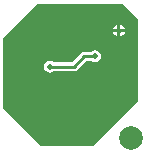
<source format=gbl>
G04*
G04 #@! TF.GenerationSoftware,Altium Limited,Altium Designer,19.1.5 (86)*
G04*
G04 Layer_Physical_Order=2*
G04 Layer_Color=16711680*
%FSLAX25Y25*%
%MOIN*%
G70*
G01*
G75*
%ADD10C,0.01000*%
%ADD25C,0.07874*%
%ADD26C,0.02000*%
G36*
X57500Y47500D02*
Y20000D01*
X42500Y5000D01*
X25000D01*
X12500Y17500D01*
Y41000D01*
X24000Y52500D01*
X52500D01*
X57500Y47500D01*
D02*
G37*
%LPC*%
G36*
X51500Y45440D02*
Y44000D01*
X52940D01*
X52884Y44280D01*
X52442Y44942D01*
X51780Y45384D01*
X51500Y45440D01*
D02*
G37*
G36*
X50500D02*
X50220Y45384D01*
X49558Y44942D01*
X49116Y44280D01*
X49060Y44000D01*
X50500D01*
Y45440D01*
D02*
G37*
G36*
X52940Y43000D02*
X51500D01*
Y41560D01*
X51780Y41616D01*
X52442Y42058D01*
X52884Y42720D01*
X52940Y43000D01*
D02*
G37*
G36*
X50500D02*
X49060D01*
X49116Y42720D01*
X49558Y42058D01*
X50220Y41616D01*
X50500Y41560D01*
Y43000D01*
D02*
G37*
G36*
X43000Y37039D02*
X42220Y36884D01*
X41689Y36529D01*
X39500D01*
X38915Y36413D01*
X38419Y36081D01*
X35366Y33029D01*
X29311D01*
X28780Y33384D01*
X28000Y33539D01*
X27220Y33384D01*
X26558Y32942D01*
X26116Y32280D01*
X25961Y31500D01*
X26116Y30720D01*
X26558Y30058D01*
X27220Y29616D01*
X28000Y29461D01*
X28780Y29616D01*
X29311Y29971D01*
X36000D01*
X36585Y30087D01*
X37081Y30419D01*
X40134Y33471D01*
X41689D01*
X42220Y33116D01*
X43000Y32961D01*
X43780Y33116D01*
X44442Y33558D01*
X44884Y34220D01*
X45039Y35000D01*
X44884Y35780D01*
X44442Y36442D01*
X43780Y36884D01*
X43000Y37039D01*
D02*
G37*
%LPD*%
D10*
X39500Y35000D02*
X43000D01*
X36000Y31500D02*
X39500Y35000D01*
X28000Y31500D02*
X36000D01*
D25*
X55118Y7874D02*
D03*
D26*
X43000Y35000D02*
D03*
X28000Y31500D02*
D03*
X29000Y46000D02*
D03*
X51000Y43500D02*
D03*
X29000Y21500D02*
D03*
Y12000D02*
D03*
M02*

</source>
